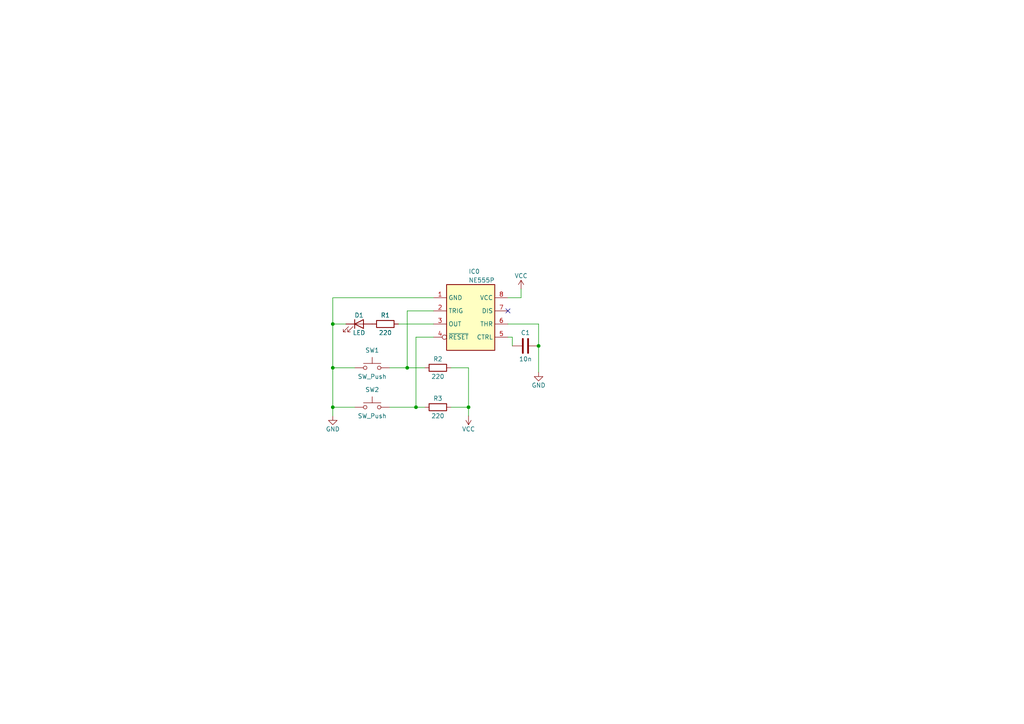
<source format=kicad_sch>
(kicad_sch (version 20230121) (generator eeschema)
  (paper "A4")
  (lib_symbols
    (symbol "Device:C" (pin_numbers hide) (pin_names (offset 0.254))
      (property "Reference" "C" (at 0.635 2.54 0))
      (property "Value" "C" (at 0.635 -2.54 0))
      (symbol "C_0_1"
        (polyline (pts (xy -2.032 -0.762) (xy 2.032 -0.762)) (stroke (width 0.508)))
        (polyline (pts (xy -2.032 0.762) (xy 2.032 0.762)) (stroke (width 0.508)))
      )
      (symbol "C_1_1"
        (pin passive line (at 0 3.81 270) (length 2.794) (name "~") (number "1"))
        (pin passive line (at 0 -3.81 90) (length 2.794) (name "~") (number "2"))
      )
    )
    (symbol "Device:LED" (pin_numbers hide) (pin_names (offset 1.016) hide)
      (property "Reference" "D" (at 0 2.54 0))
      (property "Value" "LED" (at 0 -2.54 0))
      (symbol "LED_0_1"
        (polyline (pts (xy -1.27 -1.27) (xy -1.27 1.27)) (stroke (width 0.254)))
        (polyline (pts (xy -1.27 0) (xy 1.27 0)))
        (polyline (pts (xy 1.27 -1.27) (xy 1.27 1.27) (xy -1.27 0) (xy 1.27 -1.27)) (stroke (width 0.254)))
        (polyline (pts (xy -3.048 -0.762) (xy -4.572 -2.286) (xy -3.81 -2.286) (xy -4.572 -2.286) (xy -4.572 -1.524)))
        (polyline (pts (xy -1.778 -0.762) (xy -3.302 -2.286) (xy -2.54 -2.286) (xy -3.302 -2.286) (xy -3.302 -1.524)))
      )
      (symbol "LED_1_1"
        (pin passive line (at -3.81 0 0) (length 2.54) (name "K") (number "1"))
        (pin passive line (at 3.81 0 180) (length 2.54) (name "A") (number "2"))
      )
    )
    (symbol "Device:R" (pin_numbers hide) (pin_names (offset 0))
      (property "Reference" "R" (at 2.032 0 90))
      (property "Value" "R" (at 0 0 90))
      (symbol "R_0_1"
        (rectangle (start -1.016 -2.54) (end 1.016 2.54) (stroke (width 0.254)))
      )
      (symbol "R_1_1"
        (pin passive line (at 0 3.81 270) (length 1.27) (name "~") (number "1"))
        (pin passive line (at 0 -3.81 90) (length 1.27) (name "~") (number "2"))
      )
    )
    (symbol "Switch:SW_Push" (pin_numbers hide) (pin_names (offset 1.016) hide)
      (property "Reference" "SW" (at 1.27 2.54 0))
      (property "Value" "SW_Push" (at 0 -1.524 0))
      (symbol "SW_Push_0_1"
        (circle (center -2.032 0) (radius 0.508))
        (polyline (pts (xy 0 1.27) (xy 0 3.048)))
        (polyline (pts (xy 2.54 1.27) (xy -2.54 1.27)))
        (circle (center 2.032 0) (radius 0.508))
        (pin passive line (at -5.08 0 0) (length 2.54) (name "1") (number "1"))
        (pin passive line (at 5.08 0 180) (length 2.54) (name "2") (number "2"))
      )
    )
    (symbol "Timer:NE555P"
      (property "Reference" "IC0" (at 1.27 20.32 0))
      (property "Value" "NE555P" (at 1.27 17.78 0))
      (symbol "NE555P_0_0"
        (pin power_in line (at -8.89 12.7 0) (length 3.81) (name "GND") (number "1"))
        (pin power_in line (at 12.7 12.7 180) (length 3.81) (name "VCC") (number "8"))
      )
      (symbol "NE555P_0_1"
        (rectangle (start -5.08 16.51) (end 8.89 -2.54) (stroke (width 0.254)) (fill (type background)))
      )
      (symbol "NE555P_1_1"
        (pin input line (at -8.89 8.89 0) (length 3.81) (name "TRIG") (number "2"))
        (pin output line (at -8.89 5.08 0) (length 3.81) (name "OUT") (number "3"))
        (pin input inverted (at -8.89 1.27 0) (length 3.81) (name "~{RESET}") (number "4"))
        (pin input line (at 12.7 1.27 180) (length 3.81) (name "CTRL") (number "5"))
        (pin input line (at 12.7 5.08 180) (length 3.81) (name "THR") (number "6"))
        (pin input line (at 12.7 8.89 180) (length 3.81) (name "DIS") (number "7"))
      )
    )
    (symbol "power:GND" (power) (pin_names (offset 0))
      (property "Value" "GND" (at 0 -3.81 0))
      (symbol "GND_0_1"
        (polyline (pts (xy 0 0) (xy 0 -1.27) (xy 1.27 -1.27) (xy 0 -2.54) (xy -1.27 -1.27) (xy 0 -1.27)))
      )
      (symbol "GND_1_1"
        (pin power_in line (at 0 0 270) (length 0) hide (name "GND") (number "1"))
      )
    )
    (symbol "power:VCC" (power) (pin_names (offset 0))
      (property "Value" "VCC" (at 0 3.81 0))
      (symbol "VCC_0_1"
        (polyline (pts (xy -0.762 1.27) (xy 0 2.54)))
        (polyline (pts (xy 0 0) (xy 0 2.54)))
        (polyline (pts (xy 0 2.54) (xy 0.762 1.27)))
      )
      (symbol "VCC_1_1"
        (pin power_in line (at 0 0 90) (length 0) hide (name "VCC") (number "1"))
      )
    )
  )
  (junction (at 96.52 106.68))
  (junction (at 120.65 118.11))
  (junction (at 96.52 93.98))
  (junction (at 118.11 106.68))
  (junction (at 156.21 100.33))
  (junction (at 135.89 118.11))
  (junction (at 96.52 118.11))
  (no_connect (at 147.32 90.17))
  (wire (pts (xy 113.03 118.11) (xy 120.65 118.11)))
  (wire (pts (xy 151.13 86.36) (xy 147.32 86.36)))
  (wire (pts (xy 96.52 106.68) (xy 96.52 118.11)))
  (wire (pts (xy 135.89 118.11) (xy 135.89 106.68)))
  (wire (pts (xy 147.32 93.98) (xy 156.21 93.98)))
  (wire (pts (xy 96.52 86.36) (xy 96.52 93.98)))
  (wire (pts (xy 156.21 100.33) (xy 156.21 107.95)))
  (wire (pts (xy 148.59 97.79) (xy 147.32 97.79)))
  (wire (pts (xy 151.13 86.36) (xy 151.13 83.82)))
  (wire (pts (xy 96.52 118.11) (xy 96.52 120.65)))
  (wire (pts (xy 113.03 106.68) (xy 118.11 106.68)))
  (wire (pts (xy 125.73 97.79) (xy 120.65 97.79)))
  (wire (pts (xy 96.52 106.68) (xy 102.87 106.68)))
  (wire (pts (xy 130.81 106.68) (xy 135.89 106.68)))
  (wire (pts (xy 130.81 118.11) (xy 135.89 118.11)))
  (wire (pts (xy 125.73 86.36) (xy 96.52 86.36)))
  (wire (pts (xy 96.52 93.98) (xy 96.52 106.68)))
  (wire (pts (xy 96.52 118.11) (xy 102.87 118.11)))
  (wire (pts (xy 148.59 100.33) (xy 148.59 97.79)))
  (wire (pts (xy 115.57 93.98) (xy 125.73 93.98)))
  (wire (pts (xy 135.89 118.11) (xy 135.89 120.65)))
  (wire (pts (xy 125.73 90.17) (xy 118.11 90.17)))
  (wire (pts (xy 118.11 106.68) (xy 123.19 106.68)))
  (wire (pts (xy 118.11 90.17) (xy 118.11 106.68)))
  (wire (pts (xy 120.65 118.11) (xy 123.19 118.11)))
  (wire (pts (xy 120.65 97.79) (xy 120.65 118.11)))
  (wire (pts (xy 100.33 93.98) (xy 96.52 93.98)))
  (wire (pts (xy 156.21 93.98) (xy 156.21 100.33)))
  (symbol (lib_id "power:VCC") (at 151.13 83.82 0) (unit 1)
    (property "Reference" "#PWR02" (effects hide))
    (property "Value" "VCC" (at 151.13 80.01 0))
  )
  (symbol (lib_id "Device:LED") (at 104.14 93.98 0) (unit 1)
    (property "Reference" "D1" (at 104.14 91.44 0))
    (property "Value" "LED" (at 104.14 96.52 0))
  )
  (symbol (lib_id "Switch:SW_Push") (at 107.95 118.11 0) (unit 1)
    (property "Reference" "SW2" (at 107.95 113.03 0))
    (property "Value" "SW_Push" (at 107.95 120.65 0))
  )
  (symbol (lib_id "power:VCC") (at 135.89 120.65 180) (unit 1)
    (property "Reference" "#PWR04" (effects hide))
    (property "Value" "VCC" (at 135.89 124.46 0))
  )
  (symbol (lib_id "Switch:SW_Push") (at 107.95 106.68 0) (unit 1)
    (property "Reference" "SW1" (at 107.95 101.6 0))
    (property "Value" "SW_Push" (at 107.95 109.22 0))
  )
  (symbol (lib_id "Device:C") (at 152.4 100.33 90) (unit 1)
    (property "Reference" "C1" (at 152.4 96.52 90))
    (property "Value" "10n" (at 152.4 104.14 90))
  )
  (symbol (lib_id "Device:R") (at 111.76 93.98 90) (unit 1)
    (property "Reference" "R1" (at 111.76 91.44 90))
    (property "Value" "220" (at 111.76 96.52 90))
  )
  (symbol (lib_id "Device:R") (at 127 118.11 90) (unit 1)
    (property "Reference" "R3" (at 127 115.57 90))
    (property "Value" "220" (at 127 120.65 90))
  )
  (symbol (lib_id "power:GND") (at 156.21 107.95 0) (unit 1)
    (property "Reference" "#PWR03" (effects hide))
    (property "Value" "GND" (at 156.21 111.76 0))
  )
  (symbol (lib_id "power:GND") (at 96.52 120.65 0) (unit 1)
    (property "Reference" "#PWR01" (effects hide))
    (property "Value" "GND" (at 96.52 124.46 0))
  )
  (symbol (lib_id "Timer:NE555P") (at 134.62 99.06 0) (unit 1)
    (property "Reference" "IC0" (at 135.89 78.74 0) (effects (justify left)))
    (property "Value" "NE555P" (at 135.89 81.28 0) (effects (justify left)))
    (property "Footprint" "Package_DIP:DIP-8_W7.62mm" (effects hide))
    (property "Datasheet" "http://www.ti.com/lit/ds/symlink/ne555.pdf" (effects hide))
  )
  (symbol (lib_id "Device:R") (at 127 106.68 90) (unit 1)
    (property "Reference" "R2" (at 127 104.14 90))
    (property "Value" "220" (at 127 109.22 90))
  )
)
</source>
